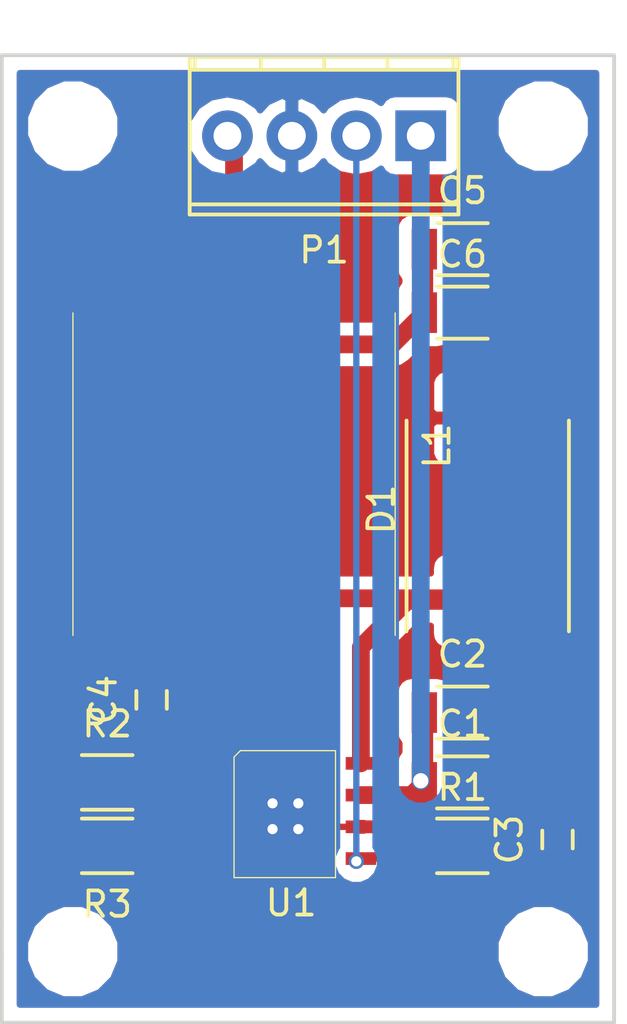
<source format=kicad_pcb>
(kicad_pcb (version 4) (host pcbnew 4.0.7)

  (general
    (links 26)
    (no_connects 0)
    (area 133.274999 86.284999 157.555001 124.535001)
    (thickness 1.6)
    (drawings 7)
    (tracks 50)
    (zones 0)
    (modules 13)
    (nets 8)
  )

  (page A4)
  (layers
    (0 F.Cu signal)
    (31 B.Cu signal)
    (32 B.Adhes user)
    (33 F.Adhes user)
    (34 B.Paste user)
    (35 F.Paste user)
    (36 B.SilkS user)
    (37 F.SilkS user)
    (38 B.Mask user)
    (39 F.Mask user)
    (40 Dwgs.User user)
    (41 Cmts.User user)
    (42 Eco1.User user)
    (43 Eco2.User user)
    (44 Edge.Cuts user)
    (45 Margin user)
    (46 B.CrtYd user)
    (47 F.CrtYd user)
    (48 B.Fab user)
    (49 F.Fab user)
  )

  (setup
    (last_trace_width 0.25)
    (trace_clearance 0.2)
    (zone_clearance 0.508)
    (zone_45_only no)
    (trace_min 0.2)
    (segment_width 0.2)
    (edge_width 0.15)
    (via_size 0.6)
    (via_drill 0.4)
    (via_min_size 0.4)
    (via_min_drill 0.3)
    (uvia_size 0.3)
    (uvia_drill 0.1)
    (uvias_allowed no)
    (uvia_min_size 0.2)
    (uvia_min_drill 0.1)
    (pcb_text_width 0.3)
    (pcb_text_size 1.5 1.5)
    (mod_edge_width 0.15)
    (mod_text_size 1 1)
    (mod_text_width 0.15)
    (pad_size 1.524 1.524)
    (pad_drill 0.762)
    (pad_to_mask_clearance 0.2)
    (aux_axis_origin 0 0)
    (visible_elements FFFFFD7F)
    (pcbplotparams
      (layerselection 0x00030_80000001)
      (usegerberextensions false)
      (excludeedgelayer true)
      (linewidth 0.100000)
      (plotframeref false)
      (viasonmask false)
      (mode 1)
      (useauxorigin false)
      (hpglpennumber 1)
      (hpglpenspeed 20)
      (hpglpendiameter 15)
      (hpglpenoverlay 2)
      (psnegative false)
      (psa4output false)
      (plotreference true)
      (plotvalue true)
      (plotinvisibletext false)
      (padsonsilk false)
      (subtractmaskfromsilk false)
      (outputformat 1)
      (mirror false)
      (drillshape 1)
      (scaleselection 1)
      (outputdirectory ""))
  )

  (net 0 "")
  (net 1 "Net-(C4-Pad1)")
  (net 2 /VIN)
  (net 3 /EN)
  (net 4 "Net-(C4-Pad2)")
  (net 5 /VOUT)
  (net 6 "Net-(R2-Pad2)")
  (net 7 /GND)

  (net_class Default "This is the default net class."
    (clearance 0.2)
    (trace_width 0.25)
    (via_dia 0.6)
    (via_drill 0.4)
    (uvia_dia 0.3)
    (uvia_drill 0.1)
    (add_net /EN)
    (add_net /GND)
  )

  (net_class PWR ""
    (clearance 0.2)
    (trace_width 0.7)
    (via_dia 0.7)
    (via_drill 0.6)
    (uvia_dia 0.3)
    (uvia_drill 0.1)
    (add_net /VIN)
    (add_net /VOUT)
    (add_net "Net-(C4-Pad1)")
    (add_net "Net-(C4-Pad2)")
    (add_net "Net-(R2-Pad2)")
  )

  (module Capacitors_SMD:C_1206 (layer F.Cu) (tedit 5415D7BD) (tstamp 58B2AA3F)
    (at 151.5 115)
    (descr "Capacitor SMD 1206, reflow soldering, AVX (see smccp.pdf)")
    (tags "capacitor 1206")
    (path /58B26529)
    (attr smd)
    (fp_text reference C1 (at 0 -2.3) (layer F.SilkS)
      (effects (font (size 1 1) (thickness 0.15)))
    )
    (fp_text value 4.7uF (at 0 2.3) (layer F.Fab)
      (effects (font (size 1 1) (thickness 0.15)))
    )
    (fp_line (start -1.6 0.8) (end -1.6 -0.8) (layer F.Fab) (width 0.15))
    (fp_line (start 1.6 0.8) (end -1.6 0.8) (layer F.Fab) (width 0.15))
    (fp_line (start 1.6 -0.8) (end 1.6 0.8) (layer F.Fab) (width 0.15))
    (fp_line (start -1.6 -0.8) (end 1.6 -0.8) (layer F.Fab) (width 0.15))
    (fp_line (start -2.3 -1.15) (end 2.3 -1.15) (layer F.CrtYd) (width 0.05))
    (fp_line (start -2.3 1.15) (end 2.3 1.15) (layer F.CrtYd) (width 0.05))
    (fp_line (start -2.3 -1.15) (end -2.3 1.15) (layer F.CrtYd) (width 0.05))
    (fp_line (start 2.3 -1.15) (end 2.3 1.15) (layer F.CrtYd) (width 0.05))
    (fp_line (start 1 -1.025) (end -1 -1.025) (layer F.SilkS) (width 0.15))
    (fp_line (start -1 1.025) (end 1 1.025) (layer F.SilkS) (width 0.15))
    (pad 1 smd rect (at -1.5 0) (size 1 1.6) (layers F.Cu F.Paste F.Mask)
      (net 2 /VIN))
    (pad 2 smd rect (at 1.5 0) (size 1 1.6) (layers F.Cu F.Paste F.Mask)
      (net 7 /GND))
    (model Capacitors_SMD.3dshapes/C_1206.wrl
      (at (xyz 0 0 0))
      (scale (xyz 1 1 1))
      (rotate (xyz 0 0 0))
    )
  )

  (module Capacitors_SMD:C_1206 (layer F.Cu) (tedit 5415D7BD) (tstamp 58B2AA4F)
    (at 151.5 112.25)
    (descr "Capacitor SMD 1206, reflow soldering, AVX (see smccp.pdf)")
    (tags "capacitor 1206")
    (path /58B265F1)
    (attr smd)
    (fp_text reference C2 (at 0 -2.3) (layer F.SilkS)
      (effects (font (size 1 1) (thickness 0.15)))
    )
    (fp_text value 4.7uF (at 0 2.3) (layer F.Fab)
      (effects (font (size 1 1) (thickness 0.15)))
    )
    (fp_line (start -1.6 0.8) (end -1.6 -0.8) (layer F.Fab) (width 0.15))
    (fp_line (start 1.6 0.8) (end -1.6 0.8) (layer F.Fab) (width 0.15))
    (fp_line (start 1.6 -0.8) (end 1.6 0.8) (layer F.Fab) (width 0.15))
    (fp_line (start -1.6 -0.8) (end 1.6 -0.8) (layer F.Fab) (width 0.15))
    (fp_line (start -2.3 -1.15) (end 2.3 -1.15) (layer F.CrtYd) (width 0.05))
    (fp_line (start -2.3 1.15) (end 2.3 1.15) (layer F.CrtYd) (width 0.05))
    (fp_line (start -2.3 -1.15) (end -2.3 1.15) (layer F.CrtYd) (width 0.05))
    (fp_line (start 2.3 -1.15) (end 2.3 1.15) (layer F.CrtYd) (width 0.05))
    (fp_line (start 1 -1.025) (end -1 -1.025) (layer F.SilkS) (width 0.15))
    (fp_line (start -1 1.025) (end 1 1.025) (layer F.SilkS) (width 0.15))
    (pad 1 smd rect (at -1.5 0) (size 1 1.6) (layers F.Cu F.Paste F.Mask)
      (net 2 /VIN))
    (pad 2 smd rect (at 1.5 0) (size 1 1.6) (layers F.Cu F.Paste F.Mask)
      (net 7 /GND))
    (model Capacitors_SMD.3dshapes/C_1206.wrl
      (at (xyz 0 0 0))
      (scale (xyz 1 1 1))
      (rotate (xyz 0 0 0))
    )
  )

  (module Capacitors_SMD:C_0603 (layer F.Cu) (tedit 5415D631) (tstamp 58B2AA5F)
    (at 139.25 111.75 90)
    (descr "Capacitor SMD 0603, reflow soldering, AVX (see smccp.pdf)")
    (tags "capacitor 0603")
    (path /58AF9FC3)
    (attr smd)
    (fp_text reference C4 (at 0 -1.9 90) (layer F.SilkS)
      (effects (font (size 1 1) (thickness 0.15)))
    )
    (fp_text value 0.01uF (at 0 1.9 90) (layer F.Fab)
      (effects (font (size 1 1) (thickness 0.15)))
    )
    (fp_line (start -0.8 0.4) (end -0.8 -0.4) (layer F.Fab) (width 0.15))
    (fp_line (start 0.8 0.4) (end -0.8 0.4) (layer F.Fab) (width 0.15))
    (fp_line (start 0.8 -0.4) (end 0.8 0.4) (layer F.Fab) (width 0.15))
    (fp_line (start -0.8 -0.4) (end 0.8 -0.4) (layer F.Fab) (width 0.15))
    (fp_line (start -1.45 -0.75) (end 1.45 -0.75) (layer F.CrtYd) (width 0.05))
    (fp_line (start -1.45 0.75) (end 1.45 0.75) (layer F.CrtYd) (width 0.05))
    (fp_line (start -1.45 -0.75) (end -1.45 0.75) (layer F.CrtYd) (width 0.05))
    (fp_line (start 1.45 -0.75) (end 1.45 0.75) (layer F.CrtYd) (width 0.05))
    (fp_line (start -0.35 -0.6) (end 0.35 -0.6) (layer F.SilkS) (width 0.15))
    (fp_line (start 0.35 0.6) (end -0.35 0.6) (layer F.SilkS) (width 0.15))
    (pad 1 smd rect (at -0.75 0 90) (size 0.8 0.75) (layers F.Cu F.Paste F.Mask)
      (net 1 "Net-(C4-Pad1)"))
    (pad 2 smd rect (at 0.75 0 90) (size 0.8 0.75) (layers F.Cu F.Paste F.Mask)
      (net 4 "Net-(C4-Pad2)"))
    (model Capacitors_SMD.3dshapes/C_0603.wrl
      (at (xyz 0 0 0))
      (scale (xyz 1 1 1))
      (rotate (xyz 0 0 0))
    )
  )

  (module Diodes_SMD:DO-214AB (layer F.Cu) (tedit 55429DAE) (tstamp 58B2AAA3)
    (at 152.5 104.25 90)
    (descr "Jedec DO-214AB diode package. Designed according to Fairchild SS32 datasheet.")
    (tags "DO-214AB diode")
    (path /58AF9FE8)
    (attr smd)
    (fp_text reference D1 (at 0 -4.2 90) (layer F.SilkS)
      (effects (font (size 1 1) (thickness 0.15)))
    )
    (fp_text value B550C-13-F (at 0 4.6 90) (layer F.Fab)
      (effects (font (size 1 1) (thickness 0.15)))
    )
    (fp_line (start -5.15 -3.45) (end 5.15 -3.45) (layer F.CrtYd) (width 0.05))
    (fp_line (start 5.15 -3.45) (end 5.15 3.45) (layer F.CrtYd) (width 0.05))
    (fp_line (start 5.15 3.45) (end -5.15 3.45) (layer F.CrtYd) (width 0.05))
    (fp_line (start -5.15 3.45) (end -5.15 -3.45) (layer F.CrtYd) (width 0.05))
    (fp_line (start 3.5 3.2) (end -4.8 3.2) (layer F.SilkS) (width 0.15))
    (fp_line (start -4.8 -3.2) (end 3.5 -3.2) (layer F.SilkS) (width 0.15))
    (pad 2 smd rect (at 3.6 0 90) (size 2.6 3.2) (layers F.Cu F.Paste F.Mask)
      (net 7 /GND))
    (pad 1 smd rect (at -3.6 0 90) (size 2.6 3.2) (layers F.Cu F.Paste F.Mask)
      (net 4 "Net-(C4-Pad2)"))
    (model Diodes_SMD.3dshapes/DO-214AB.wrl
      (at (xyz 0 0 0))
      (scale (xyz 0.39 0.39 0.39))
      (rotate (xyz 0 0 180))
    )
  )

  (module Local:Inductor_SMD_12.7mm (layer F.Cu) (tedit 58B26867) (tstamp 58B2AAAB)
    (at 142.5 107.75 90)
    (path /58AFA056)
    (fp_text reference L1 (at 6 8 90) (layer F.SilkS)
      (effects (font (size 1 1) (thickness 0.15)))
    )
    (fp_text value 10uH (at 5 -8 90) (layer F.Fab)
      (effects (font (size 1 1) (thickness 0.15)))
    )
    (fp_line (start -1.46 6.35) (end 11.24 6.35) (layer F.SilkS) (width 0.05))
    (fp_line (start -1.46 -6.35) (end 11.24 -6.35) (layer F.SilkS) (width 0.05))
    (pad 2 smd rect (at 10 0 90) (size 4 7) (layers F.Cu F.Paste F.Mask)
      (net 5 /VOUT))
    (pad 1 smd rect (at 0 0 90) (size 4 7) (layers F.Cu F.Paste F.Mask)
      (net 4 "Net-(C4-Pad2)"))
  )

  (module Resistors_SMD:R_1206 (layer F.Cu) (tedit 58307BE8) (tstamp 58B2AABB)
    (at 137.5 115)
    (descr "Resistor SMD 1206, reflow soldering, Vishay (see dcrcw.pdf)")
    (tags "resistor 1206")
    (path /58AFA0EC)
    (attr smd)
    (fp_text reference R2 (at 0 -2.3) (layer F.SilkS)
      (effects (font (size 1 1) (thickness 0.15)))
    )
    (fp_text value 10K (at 0 2.3) (layer F.Fab)
      (effects (font (size 1 1) (thickness 0.15)))
    )
    (fp_line (start -1.6 0.8) (end -1.6 -0.8) (layer F.Fab) (width 0.1))
    (fp_line (start 1.6 0.8) (end -1.6 0.8) (layer F.Fab) (width 0.1))
    (fp_line (start 1.6 -0.8) (end 1.6 0.8) (layer F.Fab) (width 0.1))
    (fp_line (start -1.6 -0.8) (end 1.6 -0.8) (layer F.Fab) (width 0.1))
    (fp_line (start -2.2 -1.2) (end 2.2 -1.2) (layer F.CrtYd) (width 0.05))
    (fp_line (start -2.2 1.2) (end 2.2 1.2) (layer F.CrtYd) (width 0.05))
    (fp_line (start -2.2 -1.2) (end -2.2 1.2) (layer F.CrtYd) (width 0.05))
    (fp_line (start 2.2 -1.2) (end 2.2 1.2) (layer F.CrtYd) (width 0.05))
    (fp_line (start 1 1.075) (end -1 1.075) (layer F.SilkS) (width 0.15))
    (fp_line (start -1 -1.075) (end 1 -1.075) (layer F.SilkS) (width 0.15))
    (pad 1 smd rect (at -1.45 0) (size 0.9 1.7) (layers F.Cu F.Paste F.Mask)
      (net 5 /VOUT))
    (pad 2 smd rect (at 1.45 0) (size 0.9 1.7) (layers F.Cu F.Paste F.Mask)
      (net 6 "Net-(R2-Pad2)"))
    (model Resistors_SMD.3dshapes/R_1206.wrl
      (at (xyz 0 0 0))
      (scale (xyz 1 1 1))
      (rotate (xyz 0 0 0))
    )
  )

  (module Resistors_SMD:R_1206 (layer F.Cu) (tedit 58307BE8) (tstamp 58B2AACB)
    (at 137.5 117.5 180)
    (descr "Resistor SMD 1206, reflow soldering, Vishay (see dcrcw.pdf)")
    (tags "resistor 1206")
    (path /58B26BB8)
    (attr smd)
    (fp_text reference R3 (at 0 -2.3 180) (layer F.SilkS)
      (effects (font (size 1 1) (thickness 0.15)))
    )
    (fp_text value 3.24K (at 0 2.3 180) (layer F.Fab)
      (effects (font (size 1 1) (thickness 0.15)))
    )
    (fp_line (start -1.6 0.8) (end -1.6 -0.8) (layer F.Fab) (width 0.1))
    (fp_line (start 1.6 0.8) (end -1.6 0.8) (layer F.Fab) (width 0.1))
    (fp_line (start 1.6 -0.8) (end 1.6 0.8) (layer F.Fab) (width 0.1))
    (fp_line (start -1.6 -0.8) (end 1.6 -0.8) (layer F.Fab) (width 0.1))
    (fp_line (start -2.2 -1.2) (end 2.2 -1.2) (layer F.CrtYd) (width 0.05))
    (fp_line (start -2.2 1.2) (end 2.2 1.2) (layer F.CrtYd) (width 0.05))
    (fp_line (start -2.2 -1.2) (end -2.2 1.2) (layer F.CrtYd) (width 0.05))
    (fp_line (start 2.2 -1.2) (end 2.2 1.2) (layer F.CrtYd) (width 0.05))
    (fp_line (start 1 1.075) (end -1 1.075) (layer F.SilkS) (width 0.15))
    (fp_line (start -1 -1.075) (end 1 -1.075) (layer F.SilkS) (width 0.15))
    (pad 1 smd rect (at -1.45 0 180) (size 0.9 1.7) (layers F.Cu F.Paste F.Mask)
      (net 6 "Net-(R2-Pad2)"))
    (pad 2 smd rect (at 1.45 0 180) (size 0.9 1.7) (layers F.Cu F.Paste F.Mask)
      (net 7 /GND))
    (model Resistors_SMD.3dshapes/R_1206.wrl
      (at (xyz 0 0 0))
      (scale (xyz 1 1 1))
      (rotate (xyz 0 0 0))
    )
  )

  (module Local:SOP-8_Exposed_Pad (layer F.Cu) (tedit 58B26AEA) (tstamp 58B2AAE2)
    (at 141.5 114.25)
    (path /58AF9F8A)
    (fp_text reference U1 (at 3.25 5.5) (layer F.SilkS)
      (effects (font (size 1 1) (thickness 0.15)))
    )
    (fp_text value RT8289 (at 3.5 -2.25) (layer F.Fab)
      (effects (font (size 1 1) (thickness 0.15)))
    )
    (fp_line (start 1 -0.25) (end 1.25 -0.5) (layer F.SilkS) (width 0.05))
    (fp_line (start 1 0) (end 1 -0.25) (layer F.SilkS) (width 0.05))
    (fp_line (start 1.25 -0.5) (end 5 -0.5) (layer F.SilkS) (width 0.05))
    (fp_line (start 5 -0.5) (end 5 4.5) (layer F.SilkS) (width 0.05))
    (fp_line (start 5 4.5) (end 1 4.5) (layer F.SilkS) (width 0.05))
    (fp_line (start 1 4.5) (end 1 0) (layer F.SilkS) (width 0.05))
    (fp_line (start -0.5 -0.5) (end 6.5 -0.5) (layer F.CrtYd) (width 0.05))
    (fp_line (start 6.5 -0.5) (end 6.5 4.5) (layer F.CrtYd) (width 0.05))
    (fp_line (start 6.5 4.5) (end -0.5 4.5) (layer F.CrtYd) (width 0.05))
    (fp_line (start -0.5 4.5) (end -0.5 -0.5) (layer F.CrtYd) (width 0.05))
    (pad 1 smd rect (at 0 0) (size 1.2 0.5) (layers F.Cu F.Paste F.Mask)
      (net 1 "Net-(C4-Pad1)"))
    (pad 8 smd rect (at 6 0) (size 1.2 0.5) (layers F.Cu F.Paste F.Mask)
      (net 4 "Net-(C4-Pad2)"))
    (pad 2 smd rect (at 0 1.25) (size 1.2 0.5) (layers F.Cu F.Paste F.Mask))
    (pad 7 smd rect (at 6 1.25) (size 1.2 0.5) (layers F.Cu F.Paste F.Mask)
      (net 2 /VIN))
    (pad 3 smd rect (at 0 2.5) (size 1.2 0.5) (layers F.Cu F.Paste F.Mask))
    (pad 6 smd rect (at 6 2.5) (size 1.2 0.5) (layers F.Cu F.Paste F.Mask)
      (net 7 /GND))
    (pad 4 smd rect (at 0 3.75) (size 1.2 0.5) (layers F.Cu F.Paste F.Mask)
      (net 6 "Net-(R2-Pad2)"))
    (pad 5 smd rect (at 6 3.75) (size 1.2 0.5) (layers F.Cu F.Paste F.Mask)
      (net 3 /EN))
    (pad 9 smd rect (at 3 2) (size 2.5 5) (layers F.Cu F.Paste F.Mask)
      (net 7 /GND))
    (model "/Library/Application Support/kicad/packages3d/Housings_SOIC.3dshapes/SOIC-8_3.9x4.9mm_Pitch1.27mm.wrl"
      (at (xyz 0.125 -0.075 0))
      (scale (xyz 1 1 1))
      (rotate (xyz 0 0 0))
    )
  )

  (module Capacitors_SMD:C_0603 (layer F.Cu) (tedit 5415D631) (tstamp 58B31555)
    (at 155.25 117.25 90)
    (descr "Capacitor SMD 0603, reflow soldering, AVX (see smccp.pdf)")
    (tags "capacitor 0603")
    (path /58B317BF)
    (attr smd)
    (fp_text reference C3 (at 0 -1.9 90) (layer F.SilkS)
      (effects (font (size 1 1) (thickness 0.15)))
    )
    (fp_text value 0.01uF (at 0 1.9 90) (layer F.Fab)
      (effects (font (size 1 1) (thickness 0.15)))
    )
    (fp_line (start -0.8 0.4) (end -0.8 -0.4) (layer F.Fab) (width 0.15))
    (fp_line (start 0.8 0.4) (end -0.8 0.4) (layer F.Fab) (width 0.15))
    (fp_line (start 0.8 -0.4) (end 0.8 0.4) (layer F.Fab) (width 0.15))
    (fp_line (start -0.8 -0.4) (end 0.8 -0.4) (layer F.Fab) (width 0.15))
    (fp_line (start -1.45 -0.75) (end 1.45 -0.75) (layer F.CrtYd) (width 0.05))
    (fp_line (start -1.45 0.75) (end 1.45 0.75) (layer F.CrtYd) (width 0.05))
    (fp_line (start -1.45 -0.75) (end -1.45 0.75) (layer F.CrtYd) (width 0.05))
    (fp_line (start 1.45 -0.75) (end 1.45 0.75) (layer F.CrtYd) (width 0.05))
    (fp_line (start -0.35 -0.6) (end 0.35 -0.6) (layer F.SilkS) (width 0.15))
    (fp_line (start 0.35 0.6) (end -0.35 0.6) (layer F.SilkS) (width 0.15))
    (pad 1 smd rect (at -0.75 0 90) (size 0.8 0.75) (layers F.Cu F.Paste F.Mask)
      (net 3 /EN))
    (pad 2 smd rect (at 0.75 0 90) (size 0.8 0.75) (layers F.Cu F.Paste F.Mask)
      (net 7 /GND))
    (model Capacitors_SMD.3dshapes/C_0603.wrl
      (at (xyz 0 0 0))
      (scale (xyz 1 1 1))
      (rotate (xyz 0 0 0))
    )
  )

  (module Resistors_SMD:R_1206 (layer F.Cu) (tedit 58307BE8) (tstamp 58B31565)
    (at 151.5 117.5)
    (descr "Resistor SMD 1206, reflow soldering, Vishay (see dcrcw.pdf)")
    (tags "resistor 1206")
    (path /58B30DE2)
    (attr smd)
    (fp_text reference R1 (at 0 -2.3) (layer F.SilkS)
      (effects (font (size 1 1) (thickness 0.15)))
    )
    (fp_text value 100K (at 0 2.3) (layer F.Fab)
      (effects (font (size 1 1) (thickness 0.15)))
    )
    (fp_line (start -1.6 0.8) (end -1.6 -0.8) (layer F.Fab) (width 0.1))
    (fp_line (start 1.6 0.8) (end -1.6 0.8) (layer F.Fab) (width 0.1))
    (fp_line (start 1.6 -0.8) (end 1.6 0.8) (layer F.Fab) (width 0.1))
    (fp_line (start -1.6 -0.8) (end 1.6 -0.8) (layer F.Fab) (width 0.1))
    (fp_line (start -2.2 -1.2) (end 2.2 -1.2) (layer F.CrtYd) (width 0.05))
    (fp_line (start -2.2 1.2) (end 2.2 1.2) (layer F.CrtYd) (width 0.05))
    (fp_line (start -2.2 -1.2) (end -2.2 1.2) (layer F.CrtYd) (width 0.05))
    (fp_line (start 2.2 -1.2) (end 2.2 1.2) (layer F.CrtYd) (width 0.05))
    (fp_line (start 1 1.075) (end -1 1.075) (layer F.SilkS) (width 0.15))
    (fp_line (start -1 -1.075) (end 1 -1.075) (layer F.SilkS) (width 0.15))
    (pad 1 smd rect (at -1.45 0) (size 0.9 1.7) (layers F.Cu F.Paste F.Mask)
      (net 2 /VIN))
    (pad 2 smd rect (at 1.45 0) (size 0.9 1.7) (layers F.Cu F.Paste F.Mask)
      (net 3 /EN))
    (model Resistors_SMD.3dshapes/R_1206.wrl
      (at (xyz 0 0 0))
      (scale (xyz 1 1 1))
      (rotate (xyz 0 0 0))
    )
  )

  (module Capacitors_SMD:C_1206 (layer F.Cu) (tedit 5415D7BD) (tstamp 58B33F2C)
    (at 151.5 94)
    (descr "Capacitor SMD 1206, reflow soldering, AVX (see smccp.pdf)")
    (tags "capacitor 1206")
    (path /58AFA098)
    (attr smd)
    (fp_text reference C5 (at 0 -2.3) (layer F.SilkS)
      (effects (font (size 1 1) (thickness 0.15)))
    )
    (fp_text value 47uF (at 0 2.3) (layer F.Fab)
      (effects (font (size 1 1) (thickness 0.15)))
    )
    (fp_line (start -1.6 0.8) (end -1.6 -0.8) (layer F.Fab) (width 0.15))
    (fp_line (start 1.6 0.8) (end -1.6 0.8) (layer F.Fab) (width 0.15))
    (fp_line (start 1.6 -0.8) (end 1.6 0.8) (layer F.Fab) (width 0.15))
    (fp_line (start -1.6 -0.8) (end 1.6 -0.8) (layer F.Fab) (width 0.15))
    (fp_line (start -2.3 -1.15) (end 2.3 -1.15) (layer F.CrtYd) (width 0.05))
    (fp_line (start -2.3 1.15) (end 2.3 1.15) (layer F.CrtYd) (width 0.05))
    (fp_line (start -2.3 -1.15) (end -2.3 1.15) (layer F.CrtYd) (width 0.05))
    (fp_line (start 2.3 -1.15) (end 2.3 1.15) (layer F.CrtYd) (width 0.05))
    (fp_line (start 1 -1.025) (end -1 -1.025) (layer F.SilkS) (width 0.15))
    (fp_line (start -1 1.025) (end 1 1.025) (layer F.SilkS) (width 0.15))
    (pad 1 smd rect (at -1.5 0) (size 1 1.6) (layers F.Cu F.Paste F.Mask)
      (net 5 /VOUT))
    (pad 2 smd rect (at 1.5 0) (size 1 1.6) (layers F.Cu F.Paste F.Mask)
      (net 7 /GND))
    (model Capacitors_SMD.3dshapes/C_1206.wrl
      (at (xyz 0 0 0))
      (scale (xyz 1 1 1))
      (rotate (xyz 0 0 0))
    )
  )

  (module Capacitors_SMD:C_1206 (layer F.Cu) (tedit 5415D7BD) (tstamp 58B33F3B)
    (at 151.5 96.5)
    (descr "Capacitor SMD 1206, reflow soldering, AVX (see smccp.pdf)")
    (tags "capacitor 1206")
    (path /58B26680)
    (attr smd)
    (fp_text reference C6 (at 0 -2.3) (layer F.SilkS)
      (effects (font (size 1 1) (thickness 0.15)))
    )
    (fp_text value 47uF (at 0 2.3) (layer F.Fab)
      (effects (font (size 1 1) (thickness 0.15)))
    )
    (fp_line (start -1.6 0.8) (end -1.6 -0.8) (layer F.Fab) (width 0.15))
    (fp_line (start 1.6 0.8) (end -1.6 0.8) (layer F.Fab) (width 0.15))
    (fp_line (start 1.6 -0.8) (end 1.6 0.8) (layer F.Fab) (width 0.15))
    (fp_line (start -1.6 -0.8) (end 1.6 -0.8) (layer F.Fab) (width 0.15))
    (fp_line (start -2.3 -1.15) (end 2.3 -1.15) (layer F.CrtYd) (width 0.05))
    (fp_line (start -2.3 1.15) (end 2.3 1.15) (layer F.CrtYd) (width 0.05))
    (fp_line (start -2.3 -1.15) (end -2.3 1.15) (layer F.CrtYd) (width 0.05))
    (fp_line (start 2.3 -1.15) (end 2.3 1.15) (layer F.CrtYd) (width 0.05))
    (fp_line (start 1 -1.025) (end -1 -1.025) (layer F.SilkS) (width 0.15))
    (fp_line (start -1 1.025) (end 1 1.025) (layer F.SilkS) (width 0.15))
    (pad 1 smd rect (at -1.5 0) (size 1 1.6) (layers F.Cu F.Paste F.Mask)
      (net 5 /VOUT))
    (pad 2 smd rect (at 1.5 0) (size 1 1.6) (layers F.Cu F.Paste F.Mask)
      (net 7 /GND))
    (model Capacitors_SMD.3dshapes/C_1206.wrl
      (at (xyz 0 0 0))
      (scale (xyz 1 1 1))
      (rotate (xyz 0 0 0))
    )
  )

  (module Connectors_Terminal_Blocks:TerminalBlock_Pheonix_MPT-2.54mm_4pol (layer F.Cu) (tedit 0) (tstamp 58C85087)
    (at 149.86 89.535 180)
    (descr "4-way 2.54mm pitch terminal block, Phoenix MPT series")
    (path /58C73417)
    (fp_text reference P1 (at 3.81 -4.50088 180) (layer F.SilkS)
      (effects (font (size 1 1) (thickness 0.15)))
    )
    (fp_text value J1 (at 3.81 4.50088 180) (layer F.Fab)
      (effects (font (size 1 1) (thickness 0.15)))
    )
    (fp_line (start -1.778 -3.302) (end 9.398 -3.302) (layer F.CrtYd) (width 0.05))
    (fp_line (start -1.778 3.302) (end -1.778 -3.302) (layer F.CrtYd) (width 0.05))
    (fp_line (start 9.398 3.302) (end -1.778 3.302) (layer F.CrtYd) (width 0.05))
    (fp_line (start 9.398 -3.302) (end 9.398 3.302) (layer F.CrtYd) (width 0.05))
    (fp_line (start 9.11098 -3.0988) (end -1.49098 -3.0988) (layer F.SilkS) (width 0.15))
    (fp_line (start -1.49098 -2.70002) (end 9.11098 -2.70002) (layer F.SilkS) (width 0.15))
    (fp_line (start -1.49098 2.60096) (end 9.11098 2.60096) (layer F.SilkS) (width 0.15))
    (fp_line (start 9.11098 3.0988) (end -1.49098 3.0988) (layer F.SilkS) (width 0.15))
    (fp_line (start 6.30682 2.60096) (end 6.30682 3.0988) (layer F.SilkS) (width 0.15))
    (fp_line (start 3.81 2.60096) (end 3.81 3.0988) (layer F.SilkS) (width 0.15))
    (fp_line (start -1.28778 3.0988) (end -1.28778 2.60096) (layer F.SilkS) (width 0.15))
    (fp_line (start 8.91032 2.60096) (end 8.91032 3.0988) (layer F.SilkS) (width 0.15))
    (fp_line (start 1.31318 3.0988) (end 1.31318 2.60096) (layer F.SilkS) (width 0.15))
    (fp_line (start 9.10844 3.0988) (end 9.10844 -3.0988) (layer F.SilkS) (width 0.15))
    (fp_line (start -1.4859 -3.0988) (end -1.4859 3.0988) (layer F.SilkS) (width 0.15))
    (pad 4 thru_hole oval (at 7.62 0) (size 1.99898 1.99898) (drill 1.09728) (layers *.Cu *.Mask)
      (net 5 /VOUT))
    (pad 1 thru_hole rect (at 0 0) (size 1.99898 1.99898) (drill 1.09728) (layers *.Cu *.Mask)
      (net 2 /VIN))
    (pad 2 thru_hole oval (at 2.54 0) (size 1.99898 1.99898) (drill 1.09728) (layers *.Cu *.Mask)
      (net 3 /EN))
    (pad 3 thru_hole oval (at 5.08 0) (size 1.99898 1.99898) (drill 1.09728) (layers *.Cu *.Mask)
      (net 7 /GND))
    (model Terminal_Blocks.3dshapes/TerminalBlock_Pheonix_MPT-2.54mm_4pol.wrl
      (at (xyz 0.15 0 0))
      (scale (xyz 1 1 1))
      (rotate (xyz 0 0 0))
    )
  )

  (gr_line (start 133.35 121.92) (end 133.35 120.65) (angle 90) (layer Edge.Cuts) (width 0.15))
  (gr_line (start 133.35 124.46) (end 133.35 121.92) (angle 90) (layer Edge.Cuts) (width 0.15))
  (gr_line (start 157.48 124.46) (end 133.35 124.46) (angle 90) (layer Edge.Cuts) (width 0.15))
  (gr_line (start 157.48 120.65) (end 157.48 124.46) (angle 90) (layer Edge.Cuts) (width 0.15))
  (gr_line (start 133.35 86.36) (end 157.48 86.36) (angle 90) (layer Edge.Cuts) (width 0.15))
  (gr_line (start 133.35 120.65) (end 133.35 86.36) (angle 90) (layer Edge.Cuts) (width 0.15))
  (gr_line (start 157.48 86.36) (end 157.48 120.65) (angle 90) (layer Edge.Cuts) (width 0.15))

  (segment (start 141.5 114.25) (end 141 114.25) (width 0.25) (layer F.Cu) (net 1))
  (segment (start 141 114.25) (end 139.25 112.5) (width 0.7) (layer F.Cu) (net 1) (tstamp 58C850E5))
  (segment (start 149.86 89.535) (end 149.86 114.935) (width 0.7) (layer B.Cu) (net 2))
  (segment (start 149.86 114.935) (end 150 115) (width 0.7) (layer F.Cu) (net 2) (tstamp 58C850CF))
  (via (at 149.86 114.935) (size 0.7) (drill 0.6) (layers F.Cu B.Cu) (net 2))
  (segment (start 150 112.25) (end 150 115) (width 0.7) (layer F.Cu) (net 2))
  (segment (start 147.5 115.5) (end 149.5 115.5) (width 0.7) (layer F.Cu) (net 2))
  (segment (start 149.5 115.5) (end 150 115) (width 0.7) (layer F.Cu) (net 2) (tstamp 58C850A3))
  (segment (start 150.05 117.5) (end 150.05 115.05) (width 0.7) (layer F.Cu) (net 2))
  (segment (start 150.05 115.05) (end 150 115) (width 0.7) (layer F.Cu) (net 2) (tstamp 58C850A0))
  (segment (start 147.32 89.535) (end 147.32 118.11) (width 0.25) (layer B.Cu) (net 3))
  (segment (start 147.32 118.11) (end 147.5 118) (width 0.25) (layer F.Cu) (net 3) (tstamp 58C850F8))
  (via (at 147.32 118.11) (size 0.6) (drill 0.4) (layers F.Cu B.Cu) (net 3))
  (segment (start 152.95 117.5) (end 154.75 117.5) (width 0.25) (layer F.Cu) (net 3))
  (segment (start 154.75 117.5) (end 155.25 118) (width 0.25) (layer F.Cu) (net 3) (tstamp 58C850AC))
  (segment (start 147.5 118) (end 148.48 118) (width 0.25) (layer F.Cu) (net 3))
  (segment (start 151.705 118.745) (end 152.95 117.5) (width 0.25) (layer F.Cu) (net 3) (tstamp 58C850A8))
  (segment (start 149.225 118.745) (end 151.705 118.745) (width 0.25) (layer F.Cu) (net 3) (tstamp 58C850A7))
  (segment (start 148.48 118) (end 149.225 118.745) (width 0.25) (layer F.Cu) (net 3) (tstamp 58C850A6))
  (segment (start 152.5 107.85) (end 149.325 107.85) (width 0.7) (layer F.Cu) (net 4))
  (segment (start 147.5 109.675) (end 147.5 114.25) (width 0.7) (layer F.Cu) (net 4) (tstamp 58C850DF))
  (segment (start 149.325 107.85) (end 147.5 109.675) (width 0.7) (layer F.Cu) (net 4) (tstamp 58C850DE))
  (segment (start 142.5 107.75) (end 142.5 109.25) (width 0.7) (layer F.Cu) (net 4) (status 30))
  (segment (start 142.5 109.25) (end 140.75 111) (width 0.7) (layer F.Cu) (net 4) (tstamp 58C850DA) (status 10))
  (segment (start 140.75 111) (end 139.25 111) (width 0.7) (layer F.Cu) (net 4) (tstamp 58C850DB))
  (segment (start 142.5 107.75) (end 152.4 107.75) (width 0.7) (layer F.Cu) (net 4) (status 10))
  (segment (start 152.4 107.75) (end 152.5 107.85) (width 0.7) (layer F.Cu) (net 4) (tstamp 58C850D7))
  (segment (start 136.05 115) (end 136.05 104.2) (width 0.7) (layer F.Cu) (net 5))
  (segment (start 136.05 104.2) (end 142.5 97.75) (width 0.7) (layer F.Cu) (net 5) (tstamp 58C850D3) (status 20))
  (segment (start 150 94) (end 150 96.5) (width 0.7) (layer F.Cu) (net 5))
  (segment (start 150 96.5) (end 148.75 97.75) (width 0.7) (layer F.Cu) (net 5) (tstamp 58C850C8))
  (segment (start 148.75 97.75) (end 142.5 97.75) (width 0.7) (layer F.Cu) (net 5) (tstamp 58C850C9) (status 20))
  (segment (start 142.5 97.75) (end 142.5 89.795) (width 0.7) (layer F.Cu) (net 5) (status 10))
  (segment (start 142.5 89.795) (end 142.24 89.535) (width 0.7) (layer F.Cu) (net 5) (tstamp 58C850C5))
  (segment (start 141.5 118) (end 139.45 118) (width 0.7) (layer F.Cu) (net 6))
  (segment (start 139.45 118) (end 138.95 117.5) (width 0.7) (layer F.Cu) (net 6) (tstamp 58C850E8))
  (segment (start 138.95 117.5) (end 138.95 115) (width 0.7) (layer F.Cu) (net 6) (tstamp 58C850E9))
  (via (at 145.034 115.824) (size 0.6) (drill 0.4) (layers F.Cu B.Cu) (net 7))
  (segment (start 145.034 115.824) (end 144.608 116.25) (width 0.25) (layer F.Cu) (net 7) (tstamp 58C8513B))
  (segment (start 144.608 116.25) (end 144.5 116.25) (width 0.25) (layer F.Cu) (net 7) (tstamp 58C8513C))
  (via (at 145.034 116.84) (size 0.6) (drill 0.4) (layers F.Cu B.Cu) (net 7))
  (segment (start 145.034 116.84) (end 144.5 116.25) (width 0.25) (layer F.Cu) (net 7) (tstamp 58C85139))
  (via (at 144.018 116.84) (size 0.6) (drill 0.4) (layers F.Cu B.Cu) (net 7))
  (segment (start 144.018 116.84) (end 144.5 116.25) (width 0.25) (layer F.Cu) (net 7) (tstamp 58C85136))
  (via (at 144.018 115.824) (size 0.6) (drill 0.4) (layers F.Cu B.Cu) (net 7))
  (segment (start 144.018 115.824) (end 144.444 116.25) (width 0.25) (layer F.Cu) (net 7) (tstamp 58C85125))
  (segment (start 144.444 116.25) (end 144.5 116.25) (width 0.25) (layer F.Cu) (net 7) (tstamp 58C85126))
  (segment (start 147.5 116.75) (end 145 116.75) (width 0.25) (layer F.Cu) (net 7))
  (segment (start 145 116.75) (end 144.5 116.25) (width 0.25) (layer F.Cu) (net 7) (tstamp 58C85117))
  (segment (start 153 94) (end 153 96.5) (width 0.25) (layer F.Cu) (net 7))

  (zone (net 7) (net_name /GND) (layer F.Cu) (tstamp 58C85116) (hatch edge 0.508)
    (connect_pads (clearance 0.508))
    (min_thickness 0.254)
    (fill yes (arc_segments 16) (thermal_gap 0.508) (thermal_bridge_width 0.508))
    (polygon
      (pts
        (xy 157.48 124.46) (xy 133.35 124.46) (xy 133.35 86.36) (xy 157.48 86.36)
      )
    )
    (filled_polygon
      (pts
        (xy 156.77 123.75) (xy 134.06 123.75) (xy 134.06 122.039305) (xy 134.258674 122.039305) (xy 134.545043 122.732372)
        (xy 135.074839 123.263093) (xy 135.767405 123.550672) (xy 136.517305 123.551326) (xy 137.210372 123.264957) (xy 137.741093 122.735161)
        (xy 138.028672 122.042595) (xy 138.028674 122.039305) (xy 152.800674 122.039305) (xy 153.087043 122.732372) (xy 153.616839 123.263093)
        (xy 154.309405 123.550672) (xy 155.059305 123.551326) (xy 155.752372 123.264957) (xy 156.283093 122.735161) (xy 156.570672 122.042595)
        (xy 156.571326 121.292695) (xy 156.284957 120.599628) (xy 155.755161 120.068907) (xy 155.062595 119.781328) (xy 154.312695 119.780674)
        (xy 153.619628 120.067043) (xy 153.088907 120.596839) (xy 152.801328 121.289405) (xy 152.800674 122.039305) (xy 138.028674 122.039305)
        (xy 138.029326 121.292695) (xy 137.742957 120.599628) (xy 137.213161 120.068907) (xy 136.520595 119.781328) (xy 135.770695 119.780674)
        (xy 135.077628 120.067043) (xy 134.546907 120.596839) (xy 134.259328 121.289405) (xy 134.258674 122.039305) (xy 134.06 122.039305)
        (xy 134.06 117.78575) (xy 134.965 117.78575) (xy 134.965 118.47631) (xy 135.061673 118.709699) (xy 135.240302 118.888327)
        (xy 135.473691 118.985) (xy 135.76425 118.985) (xy 135.923 118.82625) (xy 135.923 117.627) (xy 136.177 117.627)
        (xy 136.177 118.82625) (xy 136.33575 118.985) (xy 136.626309 118.985) (xy 136.859698 118.888327) (xy 137.038327 118.709699)
        (xy 137.135 118.47631) (xy 137.135 117.78575) (xy 136.97625 117.627) (xy 136.177 117.627) (xy 135.923 117.627)
        (xy 135.12375 117.627) (xy 134.965 117.78575) (xy 134.06 117.78575) (xy 134.06 114.15) (xy 134.95256 114.15)
        (xy 134.95256 115.85) (xy 134.996838 116.085317) (xy 135.102482 116.249492) (xy 135.061673 116.290301) (xy 134.965 116.52369)
        (xy 134.965 117.21425) (xy 135.12375 117.373) (xy 135.923 117.373) (xy 135.923 117.353) (xy 136.177 117.353)
        (xy 136.177 117.373) (xy 136.97625 117.373) (xy 137.135 117.21425) (xy 137.135 116.52369) (xy 137.038327 116.290301)
        (xy 136.996366 116.24834) (xy 137.096431 116.10189) (xy 137.14744 115.85) (xy 137.14744 114.15) (xy 137.85256 114.15)
        (xy 137.85256 115.85) (xy 137.896838 116.085317) (xy 137.965 116.191244) (xy 137.965 116.308203) (xy 137.903569 116.39811)
        (xy 137.85256 116.65) (xy 137.85256 118.35) (xy 137.896838 118.585317) (xy 138.03591 118.801441) (xy 138.24811 118.946431)
        (xy 138.5 118.99744) (xy 139.4 118.99744) (xy 139.466113 118.985) (xy 141.5 118.985) (xy 141.876943 118.910021)
        (xy 141.895772 118.89744) (xy 142.1 118.89744) (xy 142.335317 118.853162) (xy 142.551441 118.71409) (xy 142.615 118.621068)
        (xy 142.615 118.87631) (xy 142.711673 119.109699) (xy 142.890302 119.288327) (xy 143.123691 119.385) (xy 144.21425 119.385)
        (xy 144.373 119.22625) (xy 144.373 116.377) (xy 144.353 116.377) (xy 144.353 116.123) (xy 144.373 116.123)
        (xy 144.373 113.27375) (xy 144.21425 113.115) (xy 143.123691 113.115) (xy 142.890302 113.211673) (xy 142.711673 113.390301)
        (xy 142.615 113.62369) (xy 142.615 113.627675) (xy 142.56409 113.548559) (xy 142.35189 113.403569) (xy 142.1 113.35256)
        (xy 141.49556 113.35256) (xy 140.27244 112.12944) (xy 140.27244 112.1) (xy 140.250801 111.985) (xy 140.75 111.985)
        (xy 141.126943 111.910021) (xy 141.4465 111.6965) (xy 142.74556 110.39744) (xy 146 110.39744) (xy 146.235317 110.353162)
        (xy 146.451441 110.21409) (xy 146.515 110.121068) (xy 146.515 113.493156) (xy 146.448559 113.53591) (xy 146.385 113.628932)
        (xy 146.385 113.62369) (xy 146.288327 113.390301) (xy 146.109698 113.211673) (xy 145.876309 113.115) (xy 144.78575 113.115)
        (xy 144.627 113.27375) (xy 144.627 116.123) (xy 144.647 116.123) (xy 144.647 116.377) (xy 144.627 116.377)
        (xy 144.627 119.22625) (xy 144.78575 119.385) (xy 145.876309 119.385) (xy 146.109698 119.288327) (xy 146.288327 119.109699)
        (xy 146.385 118.87631) (xy 146.385 118.622325) (xy 146.43591 118.701441) (xy 146.64811 118.846431) (xy 146.755774 118.868233)
        (xy 146.789673 118.902192) (xy 147.133201 119.044838) (xy 147.505167 119.045162) (xy 147.848943 118.903117) (xy 147.85463 118.89744)
        (xy 148.1 118.89744) (xy 148.270547 118.865349) (xy 148.687599 119.282401) (xy 148.934161 119.447148) (xy 149.225 119.505)
        (xy 151.705 119.505) (xy 151.995839 119.447148) (xy 152.242401 119.282401) (xy 152.527362 118.99744) (xy 153.4 118.99744)
        (xy 153.635317 118.953162) (xy 153.851441 118.81409) (xy 153.996431 118.60189) (xy 154.04744 118.35) (xy 154.04744 118.26)
        (xy 154.22756 118.26) (xy 154.22756 118.4) (xy 154.271838 118.635317) (xy 154.41091 118.851441) (xy 154.62311 118.996431)
        (xy 154.875 119.04744) (xy 155.625 119.04744) (xy 155.860317 119.003162) (xy 156.076441 118.86409) (xy 156.221431 118.65189)
        (xy 156.27244 118.4) (xy 156.27244 117.6) (xy 156.228162 117.364683) (xy 156.161671 117.261354) (xy 156.163327 117.259698)
        (xy 156.26 117.026309) (xy 156.26 116.78575) (xy 156.10125 116.627) (xy 155.377 116.627) (xy 155.377 116.647)
        (xy 155.123 116.647) (xy 155.123 116.627) (xy 154.39875 116.627) (xy 154.28575 116.74) (xy 154.04744 116.74)
        (xy 154.04744 116.65) (xy 154.003162 116.414683) (xy 153.917095 116.280931) (xy 154.038327 116.159699) (xy 154.115374 115.973691)
        (xy 154.24 115.973691) (xy 154.24 116.21425) (xy 154.39875 116.373) (xy 155.123 116.373) (xy 155.123 115.62375)
        (xy 155.377 115.62375) (xy 155.377 116.373) (xy 156.10125 116.373) (xy 156.26 116.21425) (xy 156.26 115.973691)
        (xy 156.163327 115.740302) (xy 155.984699 115.561673) (xy 155.75131 115.465) (xy 155.53575 115.465) (xy 155.377 115.62375)
        (xy 155.123 115.62375) (xy 154.96425 115.465) (xy 154.74869 115.465) (xy 154.515301 115.561673) (xy 154.336673 115.740302)
        (xy 154.24 115.973691) (xy 154.115374 115.973691) (xy 154.135 115.92631) (xy 154.135 115.28575) (xy 153.97625 115.127)
        (xy 153.127 115.127) (xy 153.127 115.147) (xy 152.873 115.147) (xy 152.873 115.127) (xy 152.02375 115.127)
        (xy 151.865 115.28575) (xy 151.865 115.92631) (xy 151.961673 116.159699) (xy 152.02393 116.221956) (xy 151.903569 116.39811)
        (xy 151.85256 116.65) (xy 151.85256 117.522638) (xy 151.390198 117.985) (xy 151.14744 117.985) (xy 151.14744 116.65)
        (xy 151.103162 116.414683) (xy 151.035 116.308756) (xy 151.035 116.141797) (xy 151.096431 116.05189) (xy 151.14744 115.8)
        (xy 151.14744 114.2) (xy 151.103162 113.964683) (xy 150.985 113.781054) (xy 150.985 113.464975) (xy 151.096431 113.30189)
        (xy 151.14744 113.05) (xy 151.14744 112.53575) (xy 151.865 112.53575) (xy 151.865 113.17631) (xy 151.961673 113.409699)
        (xy 152.140302 113.588327) (xy 152.228838 113.625) (xy 152.140302 113.661673) (xy 151.961673 113.840301) (xy 151.865 114.07369)
        (xy 151.865 114.71425) (xy 152.02375 114.873) (xy 152.873 114.873) (xy 152.873 113.72375) (xy 152.77425 113.625)
        (xy 152.873 113.52625) (xy 152.873 112.377) (xy 153.127 112.377) (xy 153.127 113.52625) (xy 153.22575 113.625)
        (xy 153.127 113.72375) (xy 153.127 114.873) (xy 153.97625 114.873) (xy 154.135 114.71425) (xy 154.135 114.07369)
        (xy 154.038327 113.840301) (xy 153.859698 113.661673) (xy 153.771162 113.625) (xy 153.859698 113.588327) (xy 154.038327 113.409699)
        (xy 154.135 113.17631) (xy 154.135 112.53575) (xy 153.97625 112.377) (xy 153.127 112.377) (xy 152.873 112.377)
        (xy 152.02375 112.377) (xy 151.865 112.53575) (xy 151.14744 112.53575) (xy 151.14744 111.45) (xy 151.123674 111.32369)
        (xy 151.865 111.32369) (xy 151.865 111.96425) (xy 152.02375 112.123) (xy 152.873 112.123) (xy 152.873 110.97375)
        (xy 153.127 110.97375) (xy 153.127 112.123) (xy 153.97625 112.123) (xy 154.135 111.96425) (xy 154.135 111.32369)
        (xy 154.038327 111.090301) (xy 153.859698 110.911673) (xy 153.626309 110.815) (xy 153.28575 110.815) (xy 153.127 110.97375)
        (xy 152.873 110.97375) (xy 152.71425 110.815) (xy 152.373691 110.815) (xy 152.140302 110.911673) (xy 151.961673 111.090301)
        (xy 151.865 111.32369) (xy 151.123674 111.32369) (xy 151.103162 111.214683) (xy 150.96409 110.998559) (xy 150.75189 110.853569)
        (xy 150.5 110.80256) (xy 149.5 110.80256) (xy 149.264683 110.846838) (xy 149.048559 110.98591) (xy 148.903569 111.19811)
        (xy 148.85256 111.45) (xy 148.85256 113.05) (xy 148.896838 113.285317) (xy 149.015 113.468946) (xy 149.015 113.785025)
        (xy 148.903569 113.94811) (xy 148.85256 114.2) (xy 148.85256 114.515) (xy 148.744402 114.515) (xy 148.74744 114.5)
        (xy 148.74744 114) (xy 148.703162 113.764683) (xy 148.56409 113.548559) (xy 148.485 113.494519) (xy 148.485 110.083)
        (xy 149.733 108.835) (xy 150.25256 108.835) (xy 150.25256 109.15) (xy 150.296838 109.385317) (xy 150.43591 109.601441)
        (xy 150.64811 109.746431) (xy 150.9 109.79744) (xy 154.1 109.79744) (xy 154.335317 109.753162) (xy 154.551441 109.61409)
        (xy 154.696431 109.40189) (xy 154.74744 109.15) (xy 154.74744 106.55) (xy 154.703162 106.314683) (xy 154.56409 106.098559)
        (xy 154.35189 105.953569) (xy 154.1 105.90256) (xy 150.9 105.90256) (xy 150.664683 105.946838) (xy 150.448559 106.08591)
        (xy 150.303569 106.29811) (xy 150.25256 106.55) (xy 150.25256 106.765) (xy 146.64744 106.765) (xy 146.64744 105.75)
        (xy 146.603162 105.514683) (xy 146.46409 105.298559) (xy 146.25189 105.153569) (xy 146 105.10256) (xy 139 105.10256)
        (xy 138.764683 105.146838) (xy 138.548559 105.28591) (xy 138.403569 105.49811) (xy 138.35256 105.75) (xy 138.35256 109.75)
        (xy 138.396838 109.985317) (xy 138.473191 110.103973) (xy 138.423559 110.13591) (xy 138.278569 110.34811) (xy 138.22756 110.6)
        (xy 138.22756 111.4) (xy 138.271838 111.635317) (xy 138.34562 111.749978) (xy 138.278569 111.84811) (xy 138.22756 112.1)
        (xy 138.22756 112.9) (xy 138.271838 113.135317) (xy 138.41091 113.351441) (xy 138.62311 113.496431) (xy 138.653376 113.50256)
        (xy 138.5 113.50256) (xy 138.264683 113.546838) (xy 138.048559 113.68591) (xy 137.903569 113.89811) (xy 137.85256 114.15)
        (xy 137.14744 114.15) (xy 137.103162 113.914683) (xy 137.035 113.808756) (xy 137.035 104.608) (xy 140.70725 100.93575)
        (xy 150.265 100.93575) (xy 150.265 102.076309) (xy 150.361673 102.309698) (xy 150.540301 102.488327) (xy 150.77369 102.585)
        (xy 152.21425 102.585) (xy 152.373 102.42625) (xy 152.373 100.777) (xy 152.627 100.777) (xy 152.627 102.42625)
        (xy 152.78575 102.585) (xy 154.22631 102.585) (xy 154.459699 102.488327) (xy 154.638327 102.309698) (xy 154.735 102.076309)
        (xy 154.735 100.93575) (xy 154.57625 100.777) (xy 152.627 100.777) (xy 152.373 100.777) (xy 150.42375 100.777)
        (xy 150.265 100.93575) (xy 140.70725 100.93575) (xy 141.245561 100.39744) (xy 146 100.39744) (xy 146.235317 100.353162)
        (xy 146.451441 100.21409) (xy 146.596431 100.00189) (xy 146.64744 99.75) (xy 146.64744 99.223691) (xy 150.265 99.223691)
        (xy 150.265 100.36425) (xy 150.42375 100.523) (xy 152.373 100.523) (xy 152.373 98.87375) (xy 152.627 98.87375)
        (xy 152.627 100.523) (xy 154.57625 100.523) (xy 154.735 100.36425) (xy 154.735 99.223691) (xy 154.638327 98.990302)
        (xy 154.459699 98.811673) (xy 154.22631 98.715) (xy 152.78575 98.715) (xy 152.627 98.87375) (xy 152.373 98.87375)
        (xy 152.21425 98.715) (xy 150.77369 98.715) (xy 150.540301 98.811673) (xy 150.361673 98.990302) (xy 150.265 99.223691)
        (xy 146.64744 99.223691) (xy 146.64744 98.735) (xy 148.75 98.735) (xy 149.126943 98.660021) (xy 149.4465 98.4465)
        (xy 149.94556 97.94744) (xy 150.5 97.94744) (xy 150.735317 97.903162) (xy 150.951441 97.76409) (xy 151.096431 97.55189)
        (xy 151.14744 97.3) (xy 151.14744 96.78575) (xy 151.865 96.78575) (xy 151.865 97.42631) (xy 151.961673 97.659699)
        (xy 152.140302 97.838327) (xy 152.373691 97.935) (xy 152.71425 97.935) (xy 152.873 97.77625) (xy 152.873 96.627)
        (xy 153.127 96.627) (xy 153.127 97.77625) (xy 153.28575 97.935) (xy 153.626309 97.935) (xy 153.859698 97.838327)
        (xy 154.038327 97.659699) (xy 154.135 97.42631) (xy 154.135 96.78575) (xy 153.97625 96.627) (xy 153.127 96.627)
        (xy 152.873 96.627) (xy 152.02375 96.627) (xy 151.865 96.78575) (xy 151.14744 96.78575) (xy 151.14744 95.7)
        (xy 151.103162 95.464683) (xy 150.985 95.281054) (xy 150.985 95.214975) (xy 151.096431 95.05189) (xy 151.14744 94.8)
        (xy 151.14744 94.28575) (xy 151.865 94.28575) (xy 151.865 94.92631) (xy 151.961673 95.159699) (xy 152.051975 95.25)
        (xy 151.961673 95.340301) (xy 151.865 95.57369) (xy 151.865 96.21425) (xy 152.02375 96.373) (xy 152.873 96.373)
        (xy 152.873 94.127) (xy 153.127 94.127) (xy 153.127 96.373) (xy 153.97625 96.373) (xy 154.135 96.21425)
        (xy 154.135 95.57369) (xy 154.038327 95.340301) (xy 153.948025 95.25) (xy 154.038327 95.159699) (xy 154.135 94.92631)
        (xy 154.135 94.28575) (xy 153.97625 94.127) (xy 153.127 94.127) (xy 152.873 94.127) (xy 152.02375 94.127)
        (xy 151.865 94.28575) (xy 151.14744 94.28575) (xy 151.14744 93.2) (xy 151.123674 93.07369) (xy 151.865 93.07369)
        (xy 151.865 93.71425) (xy 152.02375 93.873) (xy 152.873 93.873) (xy 152.873 92.72375) (xy 153.127 92.72375)
        (xy 153.127 93.873) (xy 153.97625 93.873) (xy 154.135 93.71425) (xy 154.135 93.07369) (xy 154.038327 92.840301)
        (xy 153.859698 92.661673) (xy 153.626309 92.565) (xy 153.28575 92.565) (xy 153.127 92.72375) (xy 152.873 92.72375)
        (xy 152.71425 92.565) (xy 152.373691 92.565) (xy 152.140302 92.661673) (xy 151.961673 92.840301) (xy 151.865 93.07369)
        (xy 151.123674 93.07369) (xy 151.103162 92.964683) (xy 150.96409 92.748559) (xy 150.75189 92.603569) (xy 150.5 92.55256)
        (xy 149.5 92.55256) (xy 149.264683 92.596838) (xy 149.048559 92.73591) (xy 148.903569 92.94811) (xy 148.85256 93.2)
        (xy 148.85256 94.8) (xy 148.896838 95.035317) (xy 149.015 95.218946) (xy 149.015 95.285025) (xy 148.903569 95.44811)
        (xy 148.85256 95.7) (xy 148.85256 96.25444) (xy 148.342 96.765) (xy 146.64744 96.765) (xy 146.64744 95.75)
        (xy 146.603162 95.514683) (xy 146.46409 95.298559) (xy 146.25189 95.153569) (xy 146 95.10256) (xy 143.485 95.10256)
        (xy 143.485 90.605125) (xy 143.527379 90.5417) (xy 143.820274 90.858068) (xy 144.399645 91.124627) (xy 144.653 91.005807)
        (xy 144.653 89.662) (xy 144.633 89.662) (xy 144.633 89.408) (xy 144.653 89.408) (xy 144.653 88.064193)
        (xy 144.907 88.064193) (xy 144.907 89.408) (xy 144.927 89.408) (xy 144.927 89.662) (xy 144.907 89.662)
        (xy 144.907 91.005807) (xy 145.160355 91.124627) (xy 145.739726 90.858068) (xy 146.032621 90.5417) (xy 146.132219 90.690759)
        (xy 146.662486 91.045072) (xy 147.287978 91.16949) (xy 147.352022 91.16949) (xy 147.977514 91.045072) (xy 148.297077 90.831547)
        (xy 148.39642 90.985931) (xy 148.60862 91.130921) (xy 148.86051 91.18193) (xy 150.85949 91.18193) (xy 151.094807 91.137652)
        (xy 151.310931 90.99858) (xy 151.455921 90.78638) (xy 151.50693 90.53449) (xy 151.50693 89.527305) (xy 152.800674 89.527305)
        (xy 153.087043 90.220372) (xy 153.616839 90.751093) (xy 154.309405 91.038672) (xy 155.059305 91.039326) (xy 155.752372 90.752957)
        (xy 156.283093 90.223161) (xy 156.570672 89.530595) (xy 156.571326 88.780695) (xy 156.284957 88.087628) (xy 155.755161 87.556907)
        (xy 155.062595 87.269328) (xy 154.312695 87.268674) (xy 153.619628 87.555043) (xy 153.088907 88.084839) (xy 152.801328 88.777405)
        (xy 152.800674 89.527305) (xy 151.50693 89.527305) (xy 151.50693 88.53551) (xy 151.462652 88.300193) (xy 151.32358 88.084069)
        (xy 151.11138 87.939079) (xy 150.85949 87.88807) (xy 148.86051 87.88807) (xy 148.625193 87.932348) (xy 148.409069 88.07142)
        (xy 148.29561 88.237473) (xy 147.977514 88.024928) (xy 147.352022 87.90051) (xy 147.287978 87.90051) (xy 146.662486 88.024928)
        (xy 146.132219 88.379241) (xy 146.032621 88.5283) (xy 145.739726 88.211932) (xy 145.160355 87.945373) (xy 144.907 88.064193)
        (xy 144.653 88.064193) (xy 144.399645 87.945373) (xy 143.820274 88.211932) (xy 143.527379 88.5283) (xy 143.427781 88.379241)
        (xy 142.897514 88.024928) (xy 142.272022 87.90051) (xy 142.207978 87.90051) (xy 141.582486 88.024928) (xy 141.052219 88.379241)
        (xy 140.697906 88.909508) (xy 140.573488 89.535) (xy 140.697906 90.160492) (xy 141.052219 90.690759) (xy 141.515 90.999979)
        (xy 141.515 95.10256) (xy 139 95.10256) (xy 138.764683 95.146838) (xy 138.548559 95.28591) (xy 138.403569 95.49811)
        (xy 138.35256 95.75) (xy 138.35256 99.75) (xy 138.396838 99.985317) (xy 138.53591 100.201441) (xy 138.606991 100.250009)
        (xy 135.3535 103.5035) (xy 135.139979 103.823057) (xy 135.065 104.2) (xy 135.065 113.808203) (xy 135.003569 113.89811)
        (xy 134.95256 114.15) (xy 134.06 114.15) (xy 134.06 89.527305) (xy 134.258674 89.527305) (xy 134.545043 90.220372)
        (xy 135.074839 90.751093) (xy 135.767405 91.038672) (xy 136.517305 91.039326) (xy 137.210372 90.752957) (xy 137.741093 90.223161)
        (xy 138.028672 89.530595) (xy 138.029326 88.780695) (xy 137.742957 88.087628) (xy 137.213161 87.556907) (xy 136.520595 87.269328)
        (xy 135.770695 87.268674) (xy 135.077628 87.555043) (xy 134.546907 88.084839) (xy 134.259328 88.777405) (xy 134.258674 89.527305)
        (xy 134.06 89.527305) (xy 134.06 87.07) (xy 156.77 87.07)
      )
    )
    (filled_polygon
      (pts
        (xy 148.95256 116.65) (xy 148.95256 117.419274) (xy 148.770839 117.297852) (xy 148.672082 117.278208) (xy 148.735 117.12631)
        (xy 148.735 117.03375) (xy 148.57625 116.875) (xy 147.627 116.875) (xy 147.627 116.897) (xy 147.373 116.897)
        (xy 147.373 116.875) (xy 147.353 116.875) (xy 147.353 116.625) (xy 147.373 116.625) (xy 147.373 116.603)
        (xy 147.627 116.603) (xy 147.627 116.625) (xy 148.57625 116.625) (xy 148.71625 116.485) (xy 148.985973 116.485)
      )
    )
  )
  (zone (net 7) (net_name /GND) (layer B.Cu) (tstamp 58C8511A) (hatch edge 0.508)
    (connect_pads (clearance 0.508))
    (min_thickness 0.254)
    (fill yes (arc_segments 16) (thermal_gap 0.508) (thermal_bridge_width 0.508))
    (polygon
      (pts
        (xy 157.48 124.46) (xy 133.35 124.46) (xy 133.35 86.36) (xy 157.48 86.36)
      )
    )
    (filled_polygon
      (pts
        (xy 156.77 123.75) (xy 134.06 123.75) (xy 134.06 122.039305) (xy 134.258674 122.039305) (xy 134.545043 122.732372)
        (xy 135.074839 123.263093) (xy 135.767405 123.550672) (xy 136.517305 123.551326) (xy 137.210372 123.264957) (xy 137.741093 122.735161)
        (xy 138.028672 122.042595) (xy 138.028674 122.039305) (xy 152.800674 122.039305) (xy 153.087043 122.732372) (xy 153.616839 123.263093)
        (xy 154.309405 123.550672) (xy 155.059305 123.551326) (xy 155.752372 123.264957) (xy 156.283093 122.735161) (xy 156.570672 122.042595)
        (xy 156.571326 121.292695) (xy 156.284957 120.599628) (xy 155.755161 120.068907) (xy 155.062595 119.781328) (xy 154.312695 119.780674)
        (xy 153.619628 120.067043) (xy 153.088907 120.596839) (xy 152.801328 121.289405) (xy 152.800674 122.039305) (xy 138.028674 122.039305)
        (xy 138.029326 121.292695) (xy 137.742957 120.599628) (xy 137.213161 120.068907) (xy 136.520595 119.781328) (xy 135.770695 119.780674)
        (xy 135.077628 120.067043) (xy 134.546907 120.596839) (xy 134.259328 121.289405) (xy 134.258674 122.039305) (xy 134.06 122.039305)
        (xy 134.06 89.527305) (xy 134.258674 89.527305) (xy 134.545043 90.220372) (xy 135.074839 90.751093) (xy 135.767405 91.038672)
        (xy 136.517305 91.039326) (xy 137.210372 90.752957) (xy 137.741093 90.223161) (xy 138.026842 89.535) (xy 140.573488 89.535)
        (xy 140.697906 90.160492) (xy 141.052219 90.690759) (xy 141.582486 91.045072) (xy 142.207978 91.16949) (xy 142.272022 91.16949)
        (xy 142.897514 91.045072) (xy 143.427781 90.690759) (xy 143.527379 90.5417) (xy 143.820274 90.858068) (xy 144.399645 91.124627)
        (xy 144.653 91.005807) (xy 144.653 89.662) (xy 144.633 89.662) (xy 144.633 89.408) (xy 144.653 89.408)
        (xy 144.653 88.064193) (xy 144.907 88.064193) (xy 144.907 89.408) (xy 144.927 89.408) (xy 144.927 89.662)
        (xy 144.907 89.662) (xy 144.907 91.005807) (xy 145.160355 91.124627) (xy 145.739726 90.858068) (xy 146.032621 90.5417)
        (xy 146.132219 90.690759) (xy 146.56 90.976593) (xy 146.56 117.547537) (xy 146.527808 117.579673) (xy 146.385162 117.923201)
        (xy 146.384838 118.295167) (xy 146.526883 118.638943) (xy 146.789673 118.902192) (xy 147.133201 119.044838) (xy 147.505167 119.045162)
        (xy 147.848943 118.903117) (xy 148.112192 118.640327) (xy 148.254838 118.296799) (xy 148.255162 117.924833) (xy 148.113117 117.581057)
        (xy 148.08 117.547882) (xy 148.08 90.976593) (xy 148.297077 90.831547) (xy 148.39642 90.985931) (xy 148.60862 91.130921)
        (xy 148.86051 91.18193) (xy 148.875 91.18193) (xy 148.875 114.935) (xy 148.87483 115.130069) (xy 149.024471 115.492229)
        (xy 149.301314 115.769555) (xy 149.663212 115.919828) (xy 149.859999 115.92) (xy 149.860001 115.92) (xy 150.055069 115.92017)
        (xy 150.417229 115.770529) (xy 150.694555 115.493686) (xy 150.844828 115.131788) (xy 150.84517 114.739931) (xy 150.845 114.73952)
        (xy 150.845 91.18193) (xy 150.85949 91.18193) (xy 151.094807 91.137652) (xy 151.310931 90.99858) (xy 151.455921 90.78638)
        (xy 151.50693 90.53449) (xy 151.50693 89.527305) (xy 152.800674 89.527305) (xy 153.087043 90.220372) (xy 153.616839 90.751093)
        (xy 154.309405 91.038672) (xy 155.059305 91.039326) (xy 155.752372 90.752957) (xy 156.283093 90.223161) (xy 156.570672 89.530595)
        (xy 156.571326 88.780695) (xy 156.284957 88.087628) (xy 155.755161 87.556907) (xy 155.062595 87.269328) (xy 154.312695 87.268674)
        (xy 153.619628 87.555043) (xy 153.088907 88.084839) (xy 152.801328 88.777405) (xy 152.800674 89.527305) (xy 151.50693 89.527305)
        (xy 151.50693 88.53551) (xy 151.462652 88.300193) (xy 151.32358 88.084069) (xy 151.11138 87.939079) (xy 150.85949 87.88807)
        (xy 148.86051 87.88807) (xy 148.625193 87.932348) (xy 148.409069 88.07142) (xy 148.29561 88.237473) (xy 147.977514 88.024928)
        (xy 147.352022 87.90051) (xy 147.287978 87.90051) (xy 146.662486 88.024928) (xy 146.132219 88.379241) (xy 146.032621 88.5283)
        (xy 145.739726 88.211932) (xy 145.160355 87.945373) (xy 144.907 88.064193) (xy 144.653 88.064193) (xy 144.399645 87.945373)
        (xy 143.820274 88.211932) (xy 143.527379 88.5283) (xy 143.427781 88.379241) (xy 142.897514 88.024928) (xy 142.272022 87.90051)
        (xy 142.207978 87.90051) (xy 141.582486 88.024928) (xy 141.052219 88.379241) (xy 140.697906 88.909508) (xy 140.573488 89.535)
        (xy 138.026842 89.535) (xy 138.028672 89.530595) (xy 138.029326 88.780695) (xy 137.742957 88.087628) (xy 137.213161 87.556907)
        (xy 136.520595 87.269328) (xy 135.770695 87.268674) (xy 135.077628 87.555043) (xy 134.546907 88.084839) (xy 134.259328 88.777405)
        (xy 134.258674 89.527305) (xy 134.06 89.527305) (xy 134.06 87.07) (xy 156.77 87.07)
      )
    )
  )
)

</source>
